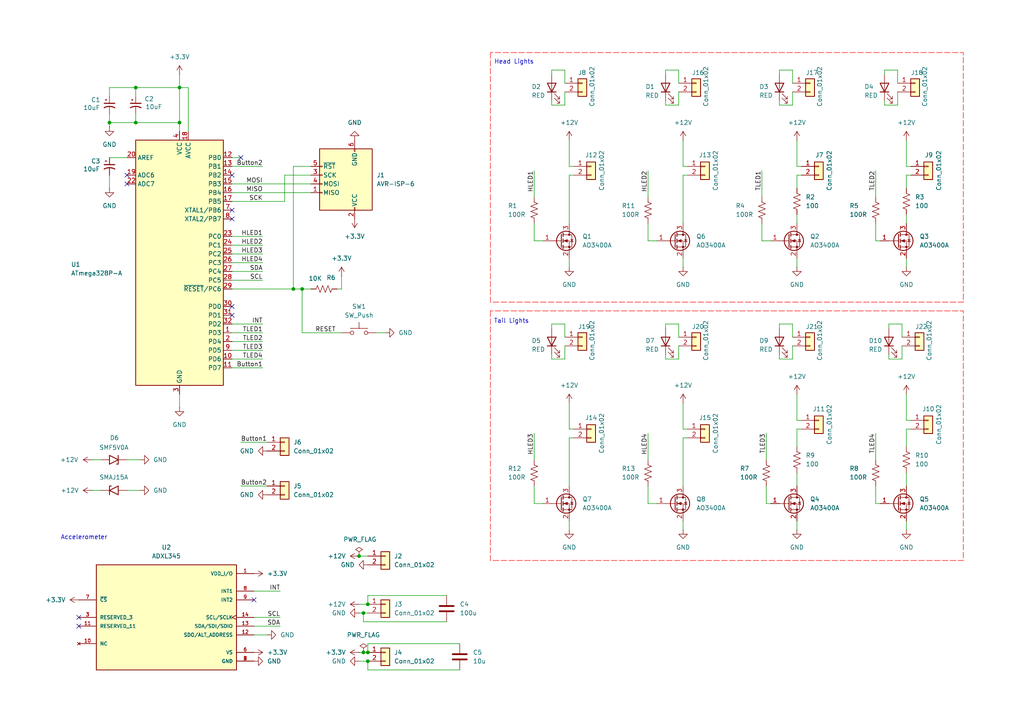
<source format=kicad_sch>
(kicad_sch (version 20250114) (generator "eeschema") (generator_version "9.0")
  (paper "A4")
  (text "Head Lights\n" (at 149.098 18.034 0) (effects (font (size 1.27 1.27))))
  (text "Tail Lights\n" (at 148.336 93.218 0) (effects (font (size 1.27 1.27))))
  (text "Accelerometer" (at 24.384 155.956 0) (effects (font (size 1.27 1.27))))
  (junction (at 52.07 35.56))
  (junction (at 106.68 189.23))
  (junction (at 39.37 35.56))
  (junction (at 104.14 161.29))
  (junction (at 105.41 177.8))
  (junction (at 105.41 189.23))
  (junction (at 87.63 83.82))
  (junction (at 106.68 175.26))
  (junction (at 31.75 35.56))
  (junction (at 52.07 25.4))
  (junction (at 39.37 25.4))
  (junction (at 85.09 83.82))
  (junction (at 106.68 191.77))
  (no_connect (at 67.31 60.96))
  (no_connect (at 67.31 88.9))
  (no_connect (at 73.66 173.99))
  (no_connect (at 36.83 53.34))
  (no_connect (at 36.83 50.8))
  (no_connect (at 67.31 63.5))
  (no_connect (at 22.86 181.61))
  (no_connect (at 22.86 179.07))
  (no_connect (at 67.31 50.8))
  (no_connect (at 69.85 45.72))
  (no_connect (at 67.31 91.44))
  (wire (pts (xy 69.85 128.27) (xy 77.47 128.27)))
  (wire (pts (xy 73.66 171.45) (xy 81.28 171.45)))
  (wire (pts (xy 67.31 48.26) (xy 76.2 48.26)))
  (wire (pts (xy 82.55 50.8) (xy 90.17 50.8)))
  (wire (pts (xy 231.14 50.8) (xy 232.41 50.8)))
  (wire (pts (xy 196.85 93.98) (xy 196.85 97.79)))
  (wire (pts (xy 67.31 101.6) (xy 76.2 101.6)))
  (wire (pts (xy 198.12 127) (xy 199.39 127)))
  (wire (pts (xy 105.41 180.34) (xy 105.41 177.8)))
  (wire (pts (xy 76.2 71.12) (xy 67.31 71.12)))
  (wire (pts (xy 67.31 55.88) (xy 90.17 55.88)))
  (wire (pts (xy 154.94 140.97) (xy 154.94 146.05)))
  (wire (pts (xy 198.12 50.8) (xy 198.12 64.77)))
  (wire (pts (xy 67.31 81.28) (xy 76.2 81.28)))
  (wire (pts (xy 31.75 35.56) (xy 39.37 35.56)))
  (wire (pts (xy 31.75 25.4) (xy 31.75 27.94)))
  (wire (pts (xy 73.66 181.61) (xy 81.28 181.61)))
  (wire (pts (xy 163.83 20.32) (xy 163.83 24.13)))
  (wire (pts (xy 254 146.05) (xy 254 140.97)))
  (wire (pts (xy 226.06 20.32) (xy 229.87 20.32)))
  (wire (pts (xy 87.63 96.52) (xy 99.06 96.52)))
  (wire (pts (xy 109.22 96.52) (xy 111.76 96.52)))
  (wire (pts (xy 256.54 29.21) (xy 256.54 30.48)))
  (wire (pts (xy 222.25 146.05) (xy 223.52 146.05)))
  (wire (pts (xy 52.07 114.3) (xy 52.07 118.11)))
  (wire (pts (xy 104.14 175.26) (xy 106.68 175.26)))
  (wire (pts (xy 231.14 62.23) (xy 231.14 64.77)))
  (wire (pts (xy 67.31 93.98) (xy 76.2 93.98)))
  (wire (pts (xy 257.81 104.14) (xy 261.62 104.14)))
  (wire (pts (xy 165.1 74.93) (xy 165.1 77.47)))
  (wire (pts (xy 104.14 177.8) (xy 105.41 177.8)))
  (wire (pts (xy 198.12 74.93) (xy 198.12 77.47)))
  (wire (pts (xy 264.16 48.26) (xy 262.89 48.26)))
  (wire (pts (xy 260.35 20.32) (xy 260.35 24.13)))
  (wire (pts (xy 54.61 25.4) (xy 54.61 38.1)))
  (wire (pts (xy 226.06 29.21) (xy 226.06 30.48)))
  (wire (pts (xy 231.14 74.93) (xy 231.14 77.47)))
  (wire (pts (xy 226.06 102.87) (xy 226.06 104.14)))
  (wire (pts (xy 226.06 30.48) (xy 229.87 30.48)))
  (wire (pts (xy 231.14 114.3) (xy 231.14 121.92)))
  (wire (pts (xy 254 49.53) (xy 254 57.15)))
  (wire (pts (xy 198.12 124.46) (xy 198.12 116.84)))
  (wire (pts (xy 67.31 45.72) (xy 69.85 45.72)))
  (wire (pts (xy 261.62 93.98) (xy 261.62 97.79)))
  (wire (pts (xy 222.25 146.05) (xy 222.25 140.97)))
  (wire (pts (xy 105.41 189.23) (xy 106.68 189.23)))
  (wire (pts (xy 193.04 20.32) (xy 196.85 20.32)))
  (wire (pts (xy 39.37 35.56) (xy 52.07 35.56)))
  (wire (pts (xy 99.06 80.01) (xy 99.06 83.82)))
  (wire (pts (xy 222.25 125.73) (xy 222.25 133.35)))
  (wire (pts (xy 166.37 124.46) (xy 165.1 124.46)))
  (wire (pts (xy 90.17 48.26) (xy 85.09 48.26)))
  (wire (pts (xy 85.09 48.26) (xy 85.09 83.82)))
  (wire (pts (xy 262.89 124.46) (xy 262.89 129.54)))
  (wire (pts (xy 232.41 48.26) (xy 231.14 48.26)))
  (wire (pts (xy 229.87 104.14) (xy 229.87 100.33)))
  (wire (pts (xy 31.75 45.72) (xy 36.83 45.72)))
  (wire (pts (xy 69.85 140.97) (xy 77.47 140.97)))
  (wire (pts (xy 199.39 48.26) (xy 198.12 48.26)))
  (wire (pts (xy 232.41 121.92) (xy 231.14 121.92)))
  (wire (pts (xy 165.1 124.46) (xy 165.1 116.84)))
  (wire (pts (xy 193.04 30.48) (xy 196.85 30.48)))
  (wire (pts (xy 231.14 124.46) (xy 232.41 124.46)))
  (wire (pts (xy 166.37 48.26) (xy 165.1 48.26)))
  (wire (pts (xy 160.02 21.59) (xy 160.02 20.32)))
  (wire (pts (xy 165.1 127) (xy 165.1 140.97)))
  (wire (pts (xy 106.68 186.69) (xy 133.35 186.69)))
  (wire (pts (xy 257.81 102.87) (xy 257.81 104.14)))
  (wire (pts (xy 256.54 21.59) (xy 256.54 20.32)))
  (wire (pts (xy 87.63 83.82) (xy 90.17 83.82)))
  (wire (pts (xy 52.07 25.4) (xy 54.61 25.4)))
  (wire (pts (xy 254 69.85) (xy 255.27 69.85)))
  (wire (pts (xy 67.31 83.82) (xy 85.09 83.82)))
  (wire (pts (xy 99.06 83.82) (xy 97.79 83.82)))
  (wire (pts (xy 154.94 49.53) (xy 154.94 57.15)))
  (wire (pts (xy 154.94 146.05) (xy 157.48 146.05)))
  (wire (pts (xy 226.06 95.25) (xy 226.06 93.98)))
  (wire (pts (xy 187.96 146.05) (xy 190.5 146.05)))
  (wire (pts (xy 187.96 69.85) (xy 190.5 69.85)))
  (wire (pts (xy 193.04 93.98) (xy 196.85 93.98)))
  (wire (pts (xy 77.47 184.15) (xy 73.66 184.15)))
  (wire (pts (xy 262.89 151.13) (xy 262.89 153.67)))
  (wire (pts (xy 262.89 74.93) (xy 262.89 77.47)))
  (wire (pts (xy 67.31 96.52) (xy 76.2 96.52)))
  (wire (pts (xy 104.14 191.77) (xy 106.68 191.77)))
  (wire (pts (xy 160.02 102.87) (xy 160.02 104.14)))
  (wire (pts (xy 198.12 127) (xy 198.12 140.97)))
  (wire (pts (xy 76.2 76.2) (xy 67.31 76.2)))
  (wire (pts (xy 163.83 104.14) (xy 163.83 100.33)))
  (wire (pts (xy 193.04 21.59) (xy 193.04 20.32)))
  (wire (pts (xy 193.04 102.87) (xy 193.04 104.14)))
  (wire (pts (xy 187.96 49.53) (xy 187.96 57.15)))
  (wire (pts (xy 165.1 48.26) (xy 165.1 40.64)))
  (wire (pts (xy 220.98 64.77) (xy 220.98 69.85)))
  (wire (pts (xy 31.75 36.83) (xy 31.75 35.56)))
  (wire (pts (xy 160.02 95.25) (xy 160.02 93.98)))
  (wire (pts (xy 262.89 40.64) (xy 262.89 48.26)))
  (wire (pts (xy 262.89 62.23) (xy 262.89 64.77)))
  (wire (pts (xy 36.83 133.35) (xy 40.64 133.35)))
  (wire (pts (xy 254 69.85) (xy 254 64.77)))
  (wire (pts (xy 160.02 29.21) (xy 160.02 30.48)))
  (wire (pts (xy 73.66 179.07) (xy 81.28 179.07)))
  (wire (pts (xy 129.54 180.34) (xy 105.41 180.34)))
  (wire (pts (xy 187.96 64.77) (xy 187.96 69.85)))
  (wire (pts (xy 226.06 21.59) (xy 226.06 20.32)))
  (wire (pts (xy 154.94 64.77) (xy 154.94 69.85)))
  (wire (pts (xy 199.39 124.46) (xy 198.12 124.46)))
  (wire (pts (xy 105.41 177.8) (xy 106.68 177.8)))
  (wire (pts (xy 262.89 124.46) (xy 264.16 124.46)))
  (wire (pts (xy 198.12 151.13) (xy 198.12 153.67)))
  (wire (pts (xy 165.1 50.8) (xy 165.1 64.77)))
  (wire (pts (xy 196.85 30.48) (xy 196.85 26.67)))
  (wire (pts (xy 257.81 95.25) (xy 257.81 93.98)))
  (wire (pts (xy 52.07 21.59) (xy 52.07 25.4)))
  (wire (pts (xy 229.87 20.32) (xy 229.87 24.13)))
  (wire (pts (xy 193.04 29.21) (xy 193.04 30.48)))
  (wire (pts (xy 220.98 69.85) (xy 223.52 69.85)))
  (wire (pts (xy 26.67 142.24) (xy 29.21 142.24)))
  (wire (pts (xy 229.87 93.98) (xy 229.87 97.79)))
  (wire (pts (xy 193.04 95.25) (xy 193.04 93.98)))
  (wire (pts (xy 133.35 194.31) (xy 106.68 194.31)))
  (wire (pts (xy 226.06 93.98) (xy 229.87 93.98)))
  (wire (pts (xy 193.04 104.14) (xy 196.85 104.14)))
  (wire (pts (xy 160.02 93.98) (xy 163.83 93.98)))
  (wire (pts (xy 67.31 78.74) (xy 76.2 78.74)))
  (wire (pts (xy 106.68 175.26) (xy 106.68 172.72)))
  (wire (pts (xy 254 125.73) (xy 254 133.35)))
  (wire (pts (xy 39.37 33.02) (xy 39.37 35.56)))
  (wire (pts (xy 231.14 48.26) (xy 231.14 40.64)))
  (wire (pts (xy 231.14 54.61) (xy 231.14 50.8)))
  (wire (pts (xy 154.94 125.73) (xy 154.94 133.35)))
  (wire (pts (xy 52.07 35.56) (xy 52.07 38.1)))
  (wire (pts (xy 256.54 20.32) (xy 260.35 20.32)))
  (wire (pts (xy 160.02 30.48) (xy 163.83 30.48)))
  (wire (pts (xy 187.96 125.73) (xy 187.96 133.35)))
  (wire (pts (xy 231.14 151.13) (xy 231.14 153.67)))
  (wire (pts (xy 31.75 50.8) (xy 31.75 54.61)))
  (wire (pts (xy 196.85 20.32) (xy 196.85 24.13)))
  (wire (pts (xy 76.2 68.58) (xy 67.31 68.58)))
  (wire (pts (xy 231.14 124.46) (xy 231.14 129.54)))
  (wire (pts (xy 67.31 53.34) (xy 90.17 53.34)))
  (wire (pts (xy 106.68 189.23) (xy 106.68 186.69)))
  (wire (pts (xy 257.81 93.98) (xy 261.62 93.98)))
  (wire (pts (xy 256.54 30.48) (xy 260.35 30.48)))
  (wire (pts (xy 82.55 50.8) (xy 82.55 58.42)))
  (wire (pts (xy 226.06 104.14) (xy 229.87 104.14)))
  (wire (pts (xy 231.14 137.16) (xy 231.14 140.97)))
  (wire (pts (xy 39.37 25.4) (xy 31.75 25.4)))
  (wire (pts (xy 67.31 58.42) (xy 82.55 58.42)))
  (wire (pts (xy 104.14 161.29) (xy 106.68 161.29)))
  (wire (pts (xy 220.98 49.53) (xy 220.98 57.15)))
  (wire (pts (xy 104.14 189.23) (xy 105.41 189.23)))
  (wire (pts (xy 196.85 104.14) (xy 196.85 100.33)))
  (wire (pts (xy 198.12 50.8) (xy 199.39 50.8)))
  (wire (pts (xy 160.02 104.14) (xy 163.83 104.14)))
  (wire (pts (xy 106.68 172.72) (xy 129.54 172.72)))
  (wire (pts (xy 165.1 127) (xy 166.37 127)))
  (wire (pts (xy 154.94 69.85) (xy 157.48 69.85)))
  (wire (pts (xy 31.75 33.02) (xy 31.75 35.56)))
  (wire (pts (xy 39.37 25.4) (xy 52.07 25.4)))
  (wire (pts (xy 36.83 142.24) (xy 40.64 142.24)))
  (wire (pts (xy 160.02 20.32) (xy 163.83 20.32)))
  (wire (pts (xy 262.89 50.8) (xy 262.89 54.61)))
  (wire (pts (xy 163.83 93.98) (xy 163.83 97.79)))
  (wire (pts (xy 261.62 104.14) (xy 261.62 100.33)))
  (wire (pts (xy 165.1 50.8) (xy 166.37 50.8)))
  (wire (pts (xy 254 146.05) (xy 255.27 146.05)))
  (wire (pts (xy 26.67 133.35) (xy 29.21 133.35)))
  (wire (pts (xy 163.83 30.48) (xy 163.83 26.67)))
  (wire (pts (xy 39.37 25.4) (xy 39.37 27.94)))
  (wire (pts (xy 262.89 137.16) (xy 262.89 140.97)))
  (wire (pts (xy 67.31 106.68) (xy 76.2 106.68)))
  (wire (pts (xy 260.35 30.48) (xy 260.35 26.67)))
  (wire (pts (xy 165.1 151.13) (xy 165.1 153.67)))
  (wire (pts (xy 76.2 73.66) (xy 67.31 73.66)))
  (wire (pts (xy 262.89 114.3) (xy 262.89 121.92)))
  (wire (pts (xy 87.63 83.82) (xy 87.63 96.52)))
  (wire (pts (xy 264.16 121.92) (xy 262.89 121.92)))
  (wire (pts (xy 106.68 191.77) (xy 106.68 194.31)))
  (wire (pts (xy 262.89 50.8) (xy 264.16 50.8)))
  (wire (pts (xy 198.12 48.26) (xy 198.12 40.64)))
  (wire (pts (xy 85.09 83.82) (xy 87.63 83.82)))
  (wire (pts (xy 52.07 25.4) (xy 52.07 35.56)))
  (wire (pts (xy 187.96 140.97) (xy 187.96 146.05)))
  (wire (pts (xy 67.31 104.14) (xy 76.2 104.14)))
  (wire (pts (xy 229.87 30.48) (xy 229.87 26.67)))
  (wire (pts (xy 67.31 99.06) (xy 76.2 99.06)))
  (label "HLED2" (at 76.2 71.12 180))
  (label "Button2" (at 76.2 48.26 180))
  (label "TLED3" (at 222.25 125.73 270))
  (label "TLED1" (at 76.2 96.52 180))
  (label "TLED4" (at 76.2 104.14 180))
  (label "TLED2" (at 76.2 99.06 180))
  (label "TLED2" (at 254 49.53 270))
  (label "INT" (at 81.28 171.45 180))
  (label "HLED3" (at 154.94 125.73 270))
  (label "SCL" (at 76.2 81.28 180))
  (label "SCL" (at 81.28 179.07 180))
  (label "HLED3" (at 76.2 73.66 180))
  (label "Button1" (at 69.85 128.27 0))
  (label "TLED3" (at 76.2 101.6 180))
  (label "Button2" (at 69.85 140.97 0))
  (label "TLED1" (at 220.98 49.53 270))
  (label "HLED4" (at 76.2 76.2 180))
  (label "HLED1" (at 76.2 68.58 180))
  (label "HLED2" (at 187.96 49.53 270))
  (label "HLED4" (at 187.96 125.73 270))
  (label "Button1" (at 76.2 106.68 180))
  (label "RESET" (at 91.44 96.52 0))
  (label "INT" (at 76.2 93.98 180))
  (label "MISO" (at 76.2 55.88 180))
  (label "SDA" (at 76.2 78.74 180))
  (label "TLED4" (at 254 125.73 270))
  (label "HLED1" (at 154.94 49.53 270))
  (label "SCK" (at 76.2 58.42 180))
  (label "SDA" (at 81.28 181.61 180))
  (label "MOSI" (at 76.2 53.34 180))
  (rule_area (polyline (pts (xy 142.24 15.24) (xy 142.24 87.63) (xy 279.4 87.63) (xy 279.4 15.24)) (stroke (width 0) (type dash))))
  (rule_area (polyline (pts (xy 142.24 90.17) (xy 142.24 162.56) (xy 279.4 162.56) (xy 279.4 90.17)) (stroke (width 0) (type dash))))
  (symbol (lib_id "Diode:SMAJ15A") (at 33.02 142.24 0) (unit 1)
    (property "Reference" "D8" (effects (hide yes)))
    (property "Value" "SMAJ15A" (at 33.02 138.43 0))
    (property "Footprint" "Diode_SMD:D_SMA" (effects (hide yes)))
    (property "Datasheet" "https://www.littelfuse.com/media?resourcetype=datasheets&itemid=75e32973-b177-4ee3-a0ff-cedaf1abdb93&filename=smaj-datasheet" (effects (hide yes)))
    (property "Description" "400W unidirectional Transient Voltage Suppressor, 15.0Vr, SMA(DO-214AC)" (effects (hide yes)))
  )
  (symbol (lib_id "power:PWR_FLAG") (at 104.14 161.29 0) (unit 1)
    (property "Reference" "#FLG03" (effects (hide yes)))
    (property "Value" "PWR_FLAG" (at 104.394 156.464 0))
    (property "Description" "Special symbol for telling ERC where power comes from" (effects (hide yes)))
  )
  (symbol (lib_id "Transistor_FET:AO3400A") (at 228.6 146.05 0) (unit 1)
    (property "Reference" "Q4" (at 234.95 144.7799 0) (effects (justify left)))
    (property "Value" "AO3400A" (at 234.95 147.3199 0) (effects (justify left)))
    (property "Footprint" "Package_TO_SOT_SMD:SOT-23" (effects (hide yes)))
    (property "Datasheet" "http://www.aosmd.com/pdfs/datasheet/AO3400A.pdf" (effects (hide yes)))
    (property "Description" "30V Vds, 5.7A Id, N-Channel MOSFET, SOT-23" (effects (hide yes)))
  )
  (symbol (lib_id "Transistor_FET:AO3400A") (at 260.35 146.05 0) (unit 1)
    (property "Reference" "Q5" (at 266.7 144.7799 0) (effects (justify left)))
    (property "Value" "AO3400A" (at 266.7 147.3199 0) (effects (justify left)))
    (property "Footprint" "Package_TO_SOT_SMD:SOT-23" (effects (hide yes)))
    (property "Datasheet" "http://www.aosmd.com/pdfs/datasheet/AO3400A.pdf" (effects (hide yes)))
    (property "Description" "30V Vds, 5.7A Id, N-Channel MOSFET, SOT-23" (effects (hide yes)))
  )
  (symbol (lib_id "Device:LED") (at 257.81 99.06 90) (unit 1)
    (property "Reference" "D10" (at 251.968 98.806 90) (effects (justify right)))
    (property "Value" "RED" (at 251.968 101.346 90) (effects (justify right)))
    (property "Footprint" "AB-EZD03-RA3:ABEZD03RA3" (effects (hide yes)))
    (property "Description" "Light emitting diode" (effects (hide yes)))
    (property "Sim.Pins" "1=K 2=A" (effects (hide yes)))
  )
  (symbol (lib_id "power:GND") (at 104.14 177.8 270) (unit 1)
    (property "Reference" "#PWR020" (effects (hide yes)))
    (property "Value" "GND" (at 100.33 177.7999 90) (effects (justify right)))
    (property "Description" "Power symbol creates a global label with name \"GND\" , ground" (effects (hide yes)))
  )
  (symbol (lib_id "Connector_Generic:Conn_01x02") (at 204.47 124.46 0) (unit 1)
    (property "Reference" "J15" (at 202.692 121.158 0) (effects (justify left)))
    (property "Value" "Conn_01x02" (at 207.518 131.572 90) (effects (justify left)))
    (property "Footprint" "Connector_JST:JST_PH_B2B-PH-K_1x02_P2.00mm_Vertical" (effects (hide yes)))
    (property "Description" "Generic connector, single row, 01x02, script generated (kicad-library-utils/schlib/autogen/connector/)" (effects (hide yes)))
  )
  (symbol (lib_id "Device:LED") (at 160.02 99.06 90) (unit 1)
    (property "Reference" "D5" (at 154.178 98.806 90) (effects (justify right)))
    (property "Value" "RED" (at 154.178 101.346 90) (effects (justify right)))
    (property "Footprint" "AB-EZD03-RA3:ABEZD03RA3" (effects (hide yes)))
    (property "Description" "Light emitting diode" (effects (hide yes)))
    (property "Sim.Pins" "1=K 2=A" (effects (hide yes)))
  )
  (symbol (lib_id "power:+3.3V") (at 165.1 116.84 0) (unit 1)
    (property "Reference" "#PWR038" (effects (hide yes)))
    (property "Value" "+12V" (at 165.1 111.76 0))
    (property "Description" "Power symbol creates a global label with name \"+3.3V\"" (effects (hide yes)))
  )
  (symbol (lib_id "Device:R_US") (at 154.94 137.16 0) (unit 1)
    (property "Reference" "R12" (at 147.32 135.89 0) (effects (justify left)))
    (property "Value" "100R" (at 147.32 138.43 0) (effects (justify left)))
    (property "Description" "Resistor, US symbol" (effects (hide yes)))
  )
  (symbol (lib_id "power:+3.3V") (at 262.89 114.3 0) (unit 1)
    (property "Reference" "#PWR015" (effects (hide yes)))
    (property "Value" "+12V" (at 262.89 109.22 0))
    (property "Description" "Power symbol creates a global label with name \"+3.3V\"" (effects (hide yes)))
  )
  (symbol (lib_id "Connector_Generic:Conn_01x02") (at 204.47 48.26 0) (unit 1)
    (property "Reference" "J13" (at 202.692 44.958 0) (effects (justify left)))
    (property "Value" "Conn_01x02" (at 207.518 55.372 90) (effects (justify left)))
    (property "Footprint" "Connector_JST:JST_PH_B2B-PH-K_1x02_P2.00mm_Vertical" (effects (hide yes)))
    (property "Description" "Generic connector, single row, 01x02, script generated (kicad-library-utils/schlib/autogen/connector/)" (effects (hide yes)))
  )
  (symbol (lib_id "Connector_Generic:Conn_01x02") (at 266.7 97.79 0) (unit 1)
    (property "Reference" "J22" (at 265.43 94.742 0) (effects (justify left)))
    (property "Value" "Conn_01x02" (at 269.494 104.648 90) (effects (justify left)))
    (property "Footprint" "Connector_JST:JST_PH_B2B-PH-K_1x02_P2.00mm_Vertical" (effects (hide yes)))
    (property "Description" "Generic connector, single row, 01x02, script generated (kicad-library-utils/schlib/autogen/connector/)" (effects (hide yes)))
  )
  (symbol (lib_id "power:GND") (at 165.1 153.67 0) (unit 1)
    (property "Reference" "#PWR039" (effects (hide yes)))
    (property "Value" "GND" (at 165.1 158.75 0))
    (property "Description" "Power symbol creates a global label with name \"GND\" , ground" (effects (hide yes)))
  )
  (symbol (lib_id "Connector_Generic:Conn_01x02") (at 269.24 121.92 0) (unit 1)
    (property "Reference" "J10" (at 267.462 118.618 0) (effects (justify left)))
    (property "Value" "Conn_01x02" (at 272.288 129.032 90) (effects (justify left)))
    (property "Footprint" "Connector_JST:JST_PH_B2B-PH-K_1x02_P2.00mm_Vertical" (effects (hide yes)))
    (property "Description" "Generic connector, single row, 01x02, script generated (kicad-library-utils/schlib/autogen/connector/)" (effects (hide yes)))
  )
  (symbol (lib_id "power:GND") (at 77.47 130.81 270) (unit 1)
    (property "Reference" "#PWR030" (effects (hide yes)))
    (property "Value" "GND" (at 73.66 130.8099 90) (effects (justify right)))
    (property "Description" "Power symbol creates a global label with name \"GND\" , ground" (effects (hide yes)))
  )
  (symbol (lib_id "Device:R_US") (at 93.98 83.82 90) (unit 1)
    (property "Reference" "R6" (at 96.012 80.518 90))
    (property "Value" "10K" (at 91.44 80.772 90))
    (property "Footprint" "Resistor_SMD:R_0805_2012Metric_Pad1.20x1.40mm_HandSolder" (effects (hide yes)))
    (property "Description" "Resistor, US symbol" (effects (hide yes)))
  )
  (symbol (lib_id "Device:C") (at 129.54 176.53 0) (unit 1)
    (property "Reference" "C4" (at 133.35 175.2599 0) (effects (justify left)))
    (property "Value" "100u" (at 133.35 177.7999 0) (effects (justify left)))
    (property "Footprint" "Capacitor_SMD:C_0805_2012Metric_Pad1.18x1.45mm_HandSolder" (effects (hide yes)))
    (property "Description" "Unpolarized capacitor" (effects (hide yes)))
  )
  (symbol (lib_id "Device:R_US") (at 154.94 60.96 0) (unit 1)
    (property "Reference" "R1" (at 147.32 59.69 0) (effects (justify left)))
    (property "Value" "100R" (at 147.32 62.23 0) (effects (justify left)))
    (property "Description" "Resistor, US symbol" (effects (hide yes)))
  )
  (symbol (lib_id "power:GND") (at 111.76 96.52 90) (unit 1)
    (property "Reference" "#PWR013" (effects (hide yes)))
    (property "Value" "GND" (at 115.57 96.5199 90) (effects (justify right)))
    (property "Description" "Power symbol creates a global label with name \"GND\" , ground" (effects (hide yes)))
  )
  (symbol (lib_id "power:GND") (at 102.87 40.64 180) (unit 1)
    (property "Reference" "#PWR04" (effects (hide yes)))
    (property "Value" "GND" (at 102.87 35.56 0))
    (property "Description" "Power symbol creates a global label with name \"GND\" , ground" (effects (hide yes)))
  )
  (symbol (lib_id "Device:LED") (at 256.54 25.4 90) (unit 1)
    (property "Reference" "D4" (at 250.698 25.146 90) (effects (justify right)))
    (property "Value" "RED" (at 250.698 27.686 90) (effects (justify right)))
    (property "Footprint" "AB-EZD10C-A3-K65:ABEZD10CA3K65" (effects (hide yes)))
    (property "Description" "Light emitting diode" (effects (hide yes)))
    (property "Sim.Pins" "1=K 2=A" (effects (hide yes)))
  )
  (symbol (lib_id "power:+3.3V") (at 231.14 40.64 0) (unit 1)
    (property "Reference" "#PWR05" (effects (hide yes)))
    (property "Value" "+12V" (at 231.14 35.56 0))
    (property "Description" "Power symbol creates a global label with name \"+3.3V\"" (effects (hide yes)))
  )
  (symbol (lib_id "power:GND") (at 40.64 133.35 90) (unit 1)
    (property "Reference" "#PWR028" (effects (hide yes)))
    (property "Value" "GND" (at 46.482 133.35 90))
    (property "Description" "Power symbol creates a global label with name \"GND\" , ground" (effects (hide yes)))
  )
  (symbol (lib_id "Connector_Generic:Conn_01x02") (at 82.55 140.97 0) (unit 1)
    (property "Reference" "J5" (at 85.09 140.9699 0) (effects (justify left)))
    (property "Value" "Conn_01x02" (at 85.09 143.5099 0) (effects (justify left)))
    (property "Footprint" "Connector_JST:JST_PH_B2B-PH-K_1x02_P2.00mm_Vertical" (effects (hide yes)))
    (property "Description" "Generic connector, single row, 01x02, script generated (kicad-library-utils/schlib/autogen/connector/)" (effects (hide yes)))
  )
  (symbol (lib_id "Connector_Generic:Conn_01x02") (at 168.91 24.13 0) (unit 1)
    (property "Reference" "J8" (at 167.64 21.082 0) (effects (justify left)))
    (property "Value" "Conn_01x02" (at 171.704 30.988 90) (effects (justify left)))
    (property "Footprint" "Connector_JST:JST_PH_B2B-PH-K_1x02_P2.00mm_Vertical" (effects (hide yes)))
    (property "Description" "Generic connector, single row, 01x02, script generated (kicad-library-utils/schlib/autogen/connector/)" (effects (hide yes)))
  )
  (symbol (lib_id "Device:C") (at 133.35 190.5 0) (unit 1)
    (property "Reference" "C5" (at 137.16 189.2299 0) (effects (justify left)))
    (property "Value" "10u" (at 137.16 191.7699 0) (effects (justify left)))
    (property "Footprint" "Capacitor_SMD:C_0805_2012Metric_Pad1.18x1.45mm_HandSolder" (effects (hide yes)))
    (property "Description" "Unpolarized capacitor" (effects (hide yes)))
  )
  (symbol (lib_id "power:PWR_FLAG") (at 105.41 189.23 0) (unit 1)
    (property "Reference" "#FLG01" (effects (hide yes)))
    (property "Value" "PWR_FLAG" (at 105.41 184.15 0))
    (property "Description" "Special symbol for telling ERC where power comes from" (effects (hide yes)))
  )
  (symbol (lib_id "power:GND") (at 52.07 118.11 0) (unit 1)
    (property "Reference" "#PWR018" (effects (hide yes)))
    (property "Value" "GND" (at 52.07 123.19 0))
    (property "Description" "Power symbol creates a global label with name \"GND\" , ground" (effects (hide yes)))
  )
  (symbol (lib_id "ADXL345:ADXL345") (at 48.26 179.07 0) (unit 1)
    (property "Reference" "U2" (at 48.26 158.75 0))
    (property "Value" "ADXL345" (at 48.26 161.29 0))
    (property "Footprint" "Package_CSP:Analog_LFCSP-8-1EP_3x3mm_P0.5mm_EP1.53x1.85mm" (effects (hide yes)))
    (property "MF" "Analog Devices, Inc." (effects (hide yes)))
    (property "SNAPEDA_PACKAGE_ID" "105924" (effects (hide yes)))
    (property "MAXIMUM_PACKAGE_HEIGHT" "1 mm" (effects (hide yes)))
    (property "Price" "None" (effects (hide yes)))
    (property "Package" "LGA -14 Analog Devices" (effects (hide yes)))
    (property "Check_prices" "https://www.snapeda.com/parts/ADXL345/Analog+Devices/view-part/?ref=eda" (effects (hide yes)))
    (property "STANDARD" "IPC 7351B" (effects (hide yes)))
    (property "PARTREV" "B" (effects (hide yes)))
    (property "SnapEDA_Link" "https://www.snapeda.com/parts/ADXL345/Analog+Devices/view-part/?ref=snap" (effects (hide yes)))
    (property "MP" "ADXL345" (effects (hide yes)))
    (property "Description_1" "Accelerometer X, Y, Z Axis ±2g, 4g, 8g, 16g 0.05Hz ~ 1.6kHz 14-LGA (3x5)" (effects (hide yes)))
    (property "MANUFACTURER" "Analog Devices" (effects (hide yes)))
    (property "Availability" "In Stock" (effects (hide yes)))
    (property "SNAPEDA_PN" "ADXL345" (effects (hide yes)))
  )
  (symbol (lib_id "Transistor_FET:AO3400A") (at 195.58 146.05 0) (unit 1)
    (property "Reference" "Q8" (at 201.93 144.7799 0) (effects (justify left)))
    (property "Value" "AO3400A" (at 201.93 147.3199 0) (effects (justify left)))
    (property "Footprint" "Package_TO_SOT_SMD:SOT-23" (effects (hide yes)))
    (property "Datasheet" "http://www.aosmd.com/pdfs/datasheet/AO3400A.pdf" (effects (hide yes)))
    (property "Description" "30V Vds, 5.7A Id, N-Channel MOSFET, SOT-23" (effects (hide yes)))
  )
  (symbol (lib_id "Device:R_US") (at 222.25 137.16 0) (unit 1)
    (property "Reference" "R7" (at 214.63 135.89 0) (effects (justify left)))
    (property "Value" "100R" (at 214.63 138.43 0) (effects (justify left)))
    (property "Description" "Resistor, US symbol" (effects (hide yes)))
  )
  (symbol (lib_id "Connector_Generic:Conn_01x02") (at 171.45 124.46 0) (unit 1)
    (property "Reference" "J14" (at 169.672 121.158 0) (effects (justify left)))
    (property "Value" "Conn_01x02" (at 174.498 131.572 90) (effects (justify left)))
    (property "Footprint" "Connector_JST:JST_PH_B2B-PH-K_1x02_P2.00mm_Vertical" (effects (hide yes)))
    (property "Description" "Generic connector, single row, 01x02, script generated (kicad-library-utils/schlib/autogen/connector/)" (effects (hide yes)))
  )
  (symbol (lib_id "Device:C_Polarized_Small_US") (at 31.75 48.26 0) (unit 1)
    (property "Reference" "C3" (at 26.416 46.736 0) (effects (justify left)))
    (property "Value" "10uF" (at 24.13 49.022 0) (effects (justify left)))
    (property "Footprint" "Capacitor_SMD:C_0805_2012Metric_Pad1.18x1.45mm_HandSolder" (effects (hide yes)))
    (property "Description" "Polarized capacitor, small US symbol" (effects (hide yes)))
  )
  (symbol (lib_id "Device:R_US") (at 254 60.96 0) (unit 1)
    (property "Reference" "R5" (at 246.38 59.69 0) (effects (justify left)))
    (property "Value" "100R" (at 246.38 62.23 0) (effects (justify left)))
    (property "Description" "Resistor, US symbol" (effects (hide yes)))
  )
  (symbol (lib_id "Connector_Generic:Conn_01x02") (at 265.43 24.13 0) (unit 1)
    (property "Reference" "J18" (at 264.16 21.082 0) (effects (justify left)))
    (property "Value" "Conn_01x02" (at 268.224 30.988 90) (effects (justify left)))
    (property "Footprint" "Connector_JST:JST_PH_B2B-PH-K_1x02_P2.00mm_Vertical" (effects (hide yes)))
    (property "Description" "Generic connector, single row, 01x02, script generated (kicad-library-utils/schlib/autogen/connector/)" (effects (hide yes)))
  )
  (symbol (lib_id "Connector:AVR-ISP-6") (at 100.33 50.8 180) (unit 1)
    (property "Reference" "J1" (at 109.22 50.7999 0) (effects (justify right)))
    (property "Value" "AVR-ISP-6" (at 109.22 53.3399 0) (effects (justify right)))
    (property "Footprint" "Connector_PinHeader_1.00mm:PinHeader_2x03_P1.00mm_Vertical" (effects (hide yes)))
    (property "Description" "Atmel 6-pin ISP connector" (effects (hide yes)))
  )
  (symbol (lib_id "power:+12V") (at 26.67 142.24 90) (unit 1)
    (property "Reference" "#PWR034" (effects (hide yes)))
    (property "Value" "+12V" (at 22.86 142.2399 90) (effects (justify left)))
    (property "Description" "Power symbol creates a global label with name \"+12V\"" (effects (hide yes)))
  )
  (symbol (lib_id "power:GND") (at 31.75 36.83 0) (unit 1)
    (property "Reference" "#PWR03" (effects (hide yes)))
    (property "Value" "GND" (at 31.75 41.91 0))
    (property "Description" "Power symbol creates a global label with name \"GND\" , ground" (effects (hide yes)))
  )
  (symbol (lib_id "Device:LED") (at 160.02 25.4 90) (unit 1)
    (property "Reference" "D2" (at 154.178 25.146 90) (effects (justify right)))
    (property "Value" "RED" (at 154.178 27.686 90) (effects (justify right)))
    (property "Footprint" "AB-EZD10C-A3-K65:ABEZD10CA3K65" (effects (hide yes)))
    (property "Description" "Light emitting diode" (effects (hide yes)))
    (property "Sim.Pins" "1=K 2=A" (effects (hide yes)))
  )
  (symbol (lib_id "power:+3.3V") (at 22.86 173.99 90) (unit 1)
    (property "Reference" "#PWR026" (effects (hide yes)))
    (property "Value" "+3.3V" (at 19.05 173.9899 90) (effects (justify left)))
    (property "Description" "Power symbol creates a global label with name \"+3.3V\"" (effects (hide yes)))
  )
  (symbol (lib_id "power:+12V") (at 104.14 161.29 90) (unit 1)
    (property "Reference" "#PWR016" (effects (hide yes)))
    (property "Value" "+12V" (at 100.33 161.2899 90) (effects (justify left)))
    (property "Description" "Power symbol creates a global label with name \"+12V\"" (effects (hide yes)))
  )
  (symbol (lib_id "Connector_Generic:Conn_01x02") (at 111.76 175.26 0) (unit 1)
    (property "Reference" "J3" (at 114.3 175.2599 0) (effects (justify left)))
    (property "Value" "Conn_01x02" (at 114.3 177.7999 0) (effects (justify left)))
    (property "Footprint" "Connector_JST:JST_PH_B2B-PH-K_1x02_P2.00mm_Vertical" (effects (hide yes)))
    (property "Description" "Generic connector, single row, 01x02, script generated (kicad-library-utils/schlib/autogen/connector/)" (effects (hide yes)))
  )
  (symbol (lib_id "Device:R_US") (at 231.14 58.42 0) (unit 1)
    (property "Reference" "R2" (at 233.68 57.1499 0) (effects (justify left)))
    (property "Value" "100" (at 233.68 59.6899 0) (effects (justify left)))
    (property "Description" "Resistor, US symbol" (effects (hide yes)))
  )
  (symbol (lib_id "Device:LED") (at 193.04 25.4 90) (unit 1)
    (property "Reference" "D1" (at 187.198 25.146 90) (effects (justify right)))
    (property "Value" "RED" (at 187.198 27.686 90) (effects (justify right)))
    (property "Footprint" "AB-EZD10C-A3-K65:ABEZD10CA3K65" (effects (hide yes)))
    (property "Description" "Light emitting diode" (effects (hide yes)))
    (property "Sim.Pins" "1=K 2=A" (effects (hide yes)))
  )
  (symbol (lib_id "Device:LED") (at 226.06 99.06 90) (unit 1)
    (property "Reference" "D9" (at 220.218 98.806 90) (effects (justify right)))
    (property "Value" "RED" (at 220.218 101.346 90) (effects (justify right)))
    (property "Footprint" "AB-EZD03-RA3:ABEZD03RA3" (effects (hide yes)))
    (property "Description" "Light emitting diode" (effects (hide yes)))
    (property "Sim.Pins" "1=K 2=A" (effects (hide yes)))
  )
  (symbol (lib_id "power:+3.3V") (at 231.14 114.3 0) (unit 1)
    (property "Reference" "#PWR014" (effects (hide yes)))
    (property "Value" "+12V" (at 231.14 109.22 0))
    (property "Description" "Power symbol creates a global label with name \"+3.3V\"" (effects (hide yes)))
  )
  (symbol (lib_id "Transistor_FET:AO3400A") (at 162.56 146.05 0) (unit 1)
    (property "Reference" "Q7" (at 168.91 144.7799 0) (effects (justify left)))
    (property "Value" "AO3400A" (at 168.91 147.3199 0) (effects (justify left)))
    (property "Footprint" "Package_TO_SOT_SMD:SOT-23" (effects (hide yes)))
    (property "Datasheet" "http://www.aosmd.com/pdfs/datasheet/AO3400A.pdf" (effects (hide yes)))
    (property "Description" "30V Vds, 5.7A Id, N-Channel MOSFET, SOT-23" (effects (hide yes)))
  )
  (symbol (lib_id "power:GND") (at 262.89 77.47 0) (unit 1)
    (property "Reference" "#PWR012" (effects (hide yes)))
    (property "Value" "GND" (at 262.89 82.55 0))
    (property "Description" "Power symbol creates a global label with name \"GND\" , ground" (effects (hide yes)))
  )
  (symbol (lib_id "power:+3.3V") (at 165.1 40.64 0) (unit 1)
    (property "Reference" "#PWR02" (effects (hide yes)))
    (property "Value" "+12V" (at 165.1 35.56 0))
    (property "Description" "Power symbol creates a global label with name \"+3.3V\"" (effects (hide yes)))
  )
  (symbol (lib_id "power:GND") (at 165.1 77.47 0) (unit 1)
    (property "Reference" "#PWR07" (effects (hide yes)))
    (property "Value" "GND" (at 165.1 82.55 0))
    (property "Description" "Power symbol creates a global label with name \"GND\" , ground" (effects (hide yes)))
  )
  (symbol (lib_id "Device:R_US") (at 231.14 133.35 0) (unit 1)
    (property "Reference" "R9" (at 233.68 132.0799 0) (effects (justify left)))
    (property "Value" "100" (at 233.68 134.6199 0) (effects (justify left)))
    (property "Description" "Resistor, US symbol" (effects (hide yes)))
  )
  (symbol (lib_id "power:GND") (at 231.14 153.67 0) (unit 1)
    (property "Reference" "#PWR023" (effects (hide yes)))
    (property "Value" "GND" (at 231.14 158.75 0))
    (property "Description" "Power symbol creates a global label with name \"GND\" , ground" (effects (hide yes)))
  )
  (symbol (lib_id "power:GND") (at 77.47 184.15 90) (unit 1)
    (property "Reference" "#PWR029" (effects (hide yes)))
    (property "Value" "GND" (at 81.28 184.1499 90) (effects (justify right)))
    (property "Description" "Power symbol creates a global label with name \"GND\" , ground" (effects (hide yes)))
  )
  (symbol (lib_id "Switch:SW_Push") (at 104.14 96.52 0) (unit 1)
    (property "Reference" "SW1" (at 104.14 88.9 0))
    (property "Value" "SW_Push" (at 104.14 91.44 0))
    (property "Footprint" "Button_Switch_THT:SW_PUSH_6mm" (effects (hide yes)))
    (property "Description" "Push button switch, generic, two pins" (effects (hide yes)))
  )
  (symbol (lib_id "Connector_Generic:Conn_01x02") (at 201.93 97.79 0) (unit 1)
    (property "Reference" "J20" (at 200.66 94.742 0) (effects (justify left)))
    (property "Value" "Conn_01x02" (at 204.724 104.648 90) (effects (justify left)))
    (property "Footprint" "Connector_JST:JST_PH_B2B-PH-K_1x02_P2.00mm_Vertical" (effects (hide yes)))
    (property "Description" "Generic connector, single row, 01x02, script generated (kicad-library-utils/schlib/autogen/connector/)" (effects (hide yes)))
  )
  (symbol (lib_id "Transistor_FET:AO3400A") (at 260.35 69.85 0) (unit 1)
    (property "Reference" "Q3" (at 266.7 68.5799 0) (effects (justify left)))
    (property "Value" "AO3400A" (at 266.7 71.1199 0) (effects (justify left)))
    (property "Footprint" "Package_TO_SOT_SMD:SOT-23" (effects (hide yes)))
    (property "Datasheet" "http://www.aosmd.com/pdfs/datasheet/AO3400A.pdf" (effects (hide yes)))
    (property "Description" "30V Vds, 5.7A Id, N-Channel MOSFET, SOT-23" (effects (hide yes)))
  )
  (symbol (lib_id "power:GND") (at 40.64 142.24 90) (unit 1)
    (property "Reference" "#PWR035" (effects (hide yes)))
    (property "Value" "GND" (at 44.45 142.2399 90) (effects (justify right)))
    (property "Description" "Power symbol creates a global label with name \"GND\" , ground" (effects (hide yes)))
  )
  (symbol (lib_id "Diode:SMF5V0A") (at 33.02 133.35 180) (unit 1)
    (property "Reference" "D6" (at 34.544 127 0) (effects (justify left)))
    (property "Value" "SMF5V0A" (at 37.338 129.794 0) (effects (justify left)))
    (property "Footprint" "Diode_SMD:D_SMF" (effects (hide yes)))
    (property "Datasheet" "https://www.vishay.com/doc?85881" (effects (hide yes)))
    (property "Description" "200W unidirectional Transil Transient Voltage Suppressor, 5Vrwm, SMF" (effects (hide yes)))
  )
  (symbol (lib_id "Connector_Generic:Conn_01x02") (at 269.24 48.26 0) (unit 1)
    (property "Reference" "J9" (at 268.224 44.958 0) (effects (justify left)))
    (property "Value" "Conn_01x02" (at 272.288 55.372 90) (effects (justify left)))
    (property "Footprint" "Connector_JST:JST_PH_B2B-PH-K_1x02_P2.00mm_Vertical" (effects (hide yes)))
    (property "Description" "Generic connector, single row, 01x02, script generated (kicad-library-utils/schlib/autogen/connector/)" (effects (hide yes)))
  )
  (symbol (lib_id "power:GND") (at 104.14 191.77 270) (unit 1)
    (property "Reference" "#PWR022" (effects (hide yes)))
    (property "Value" "GND" (at 100.33 191.7699 90) (effects (justify right)))
    (property "Description" "Power symbol creates a global label with name \"GND\" , ground" (effects (hide yes)))
  )
  (symbol (lib_id "Connector_Generic:Conn_01x02") (at 201.93 24.13 0) (unit 1)
    (property "Reference" "J16" (at 200.66 21.082 0) (effects (justify left)))
    (property "Value" "Conn_01x02" (at 204.724 30.988 90) (effects (justify left)))
    (property "Footprint" "Connector_JST:JST_PH_B2B-PH-K_1x02_P2.00mm_Vertical" (effects (hide yes)))
    (property "Description" "Generic connector, single row, 01x02, script generated (kicad-library-utils/schlib/autogen/connector/)" (effects (hide yes)))
  )
  (symbol (lib_id "Device:C_Polarized_Small_US") (at 39.37 30.48 0) (unit 1)
    (property "Reference" "C2" (at 41.91 28.702 0) (effects (justify left)))
    (property "Value" "10uF" (at 42.164 30.988 0) (effects (justify left)))
    (property "Footprint" "Capacitor_SMD:C_0805_2012Metric_Pad1.18x1.45mm_HandSolder" (effects (hide yes)))
    (property "Description" "Polarized capacitor, small US symbol" (effects (hide yes)))
  )
  (symbol (lib_id "Connector_Generic:Conn_01x02") (at 111.76 161.29 0) (unit 1)
    (property "Reference" "J2" (at 114.3 161.2899 0) (effects (justify left)))
    (property "Value" "Conn_01x02" (at 114.3 163.8299 0) (effects (justify left)))
    (property "Footprint" "Connector_JST:JST_PH_B2B-PH-K_1x02_P2.00mm_Vertical" (effects (hide yes)))
    (property "Description" "Generic connector, single row, 01x02, script generated (kicad-library-utils/schlib/autogen/connector/)" (effects (hide yes)))
  )
  (symbol (lib_id "Connector_Generic:Conn_01x02") (at 82.55 128.27 0) (unit 1)
    (property "Reference" "J6" (at 85.09 128.2699 0) (effects (justify left)))
    (property "Value" "Conn_01x02" (at 85.09 130.8099 0) (effects (justify left)))
    (property "Footprint" "Connector_JST:JST_PH_B2B-PH-K_1x02_P2.00mm_Vertical" (effects (hide yes)))
    (property "Description" "Generic connector, single row, 01x02, script generated (kicad-library-utils/schlib/autogen/connector/)" (effects (hide yes)))
  )
  (symbol (lib_id "Transistor_FET:AO3400A") (at 162.56 69.85 0) (unit 1)
    (property "Reference" "Q1" (at 168.91 68.5799 0) (effects (justify left)))
    (property "Value" "AO3400A" (at 168.91 71.1199 0) (effects (justify left)))
    (property "Footprint" "Package_TO_SOT_SMD:SOT-23" (effects (hide yes)))
    (property "Datasheet" "http://www.aosmd.com/pdfs/datasheet/AO3400A.pdf" (effects (hide yes)))
    (property "Description" "30V Vds, 5.7A Id, N-Channel MOSFET, SOT-23" (effects (hide yes)))
  )
  (symbol (lib_id "power:+3.3V") (at 26.67 133.35 90) (unit 1)
    (property "Reference" "#PWR027" (effects (hide yes)))
    (property "Value" "+12V" (at 20.066 133.35 90))
    (property "Description" "Power symbol creates a global label with name \"+3.3V\"" (effects (hide yes)))
  )
  (symbol (lib_id "power:GND") (at 262.89 153.67 0) (unit 1)
    (property "Reference" "#PWR024" (effects (hide yes)))
    (property "Value" "GND" (at 262.89 158.75 0))
    (property "Description" "Power symbol creates a global label with name \"GND\" , ground" (effects (hide yes)))
  )
  (symbol (lib_id "Connector_Generic:Conn_01x02") (at 111.76 189.23 0) (unit 1)
    (property "Reference" "J4" (at 114.3 189.2299 0) (effects (justify left)))
    (property "Value" "Conn_01x02" (at 114.3 191.7699 0) (effects (justify left)))
    (property "Footprint" "Connector_JST:JST_PH_B2B-PH-K_1x02_P2.00mm_Vertical" (effects (hide yes)))
    (property "Description" "Generic connector, single row, 01x02, script generated (kicad-library-utils/schlib/autogen/connector/)" (effects (hide yes)))
  )
  (symbol (lib_id "power:GND") (at 198.12 77.47 0) (unit 1)
    (property "Reference" "#PWR037" (effects (hide yes)))
    (property "Value" "GND" (at 198.12 82.55 0))
    (property "Description" "Power symbol creates a global label with name \"GND\" , ground" (effects (hide yes)))
  )
  (symbol (lib_id "Device:R_US") (at 220.98 60.96 0) (unit 1)
    (property "Reference" "R4" (at 213.36 59.69 0) (effects (justify left)))
    (property "Value" "100R" (at 213.36 62.23 0) (effects (justify left)))
    (property "Description" "Resistor, US symbol" (effects (hide yes)))
  )
  (symbol (lib_id "power:GND") (at 231.14 77.47 0) (unit 1)
    (property "Reference" "#PWR011" (effects (hide yes)))
    (property "Value" "GND" (at 231.14 82.55 0))
    (property "Description" "Power symbol creates a global label with name \"GND\" , ground" (effects (hide yes)))
  )
  (symbol (lib_id "Connector_Generic:Conn_01x02") (at 168.91 97.79 0) (unit 1)
    (property "Reference" "J19" (at 167.64 94.742 0) (effects (justify left)))
    (property "Value" "Conn_01x02" (at 171.704 104.648 90) (effects (justify left)))
    (property "Footprint" "Connector_JST:JST_PH_B2B-PH-K_1x02_P2.00mm_Vertical" (effects (hide yes)))
    (property "Description" "Generic connector, single row, 01x02, script generated (kicad-library-utils/schlib/autogen/connector/)" (effects (hide yes)))
  )
  (symbol (lib_id "power:+3.3V") (at 102.87 63.5 180) (unit 1)
    (property "Reference" "#PWR09" (effects (hide yes)))
    (property "Value" "+3.3V" (at 102.87 68.58 0))
    (property "Description" "Power symbol creates a global label with name \"+3.3V\"" (effects (hide yes)))
  )
  (symbol (lib_id "Transistor_FET:AO3400A") (at 195.58 69.85 0) (unit 1)
    (property "Reference" "Q6" (at 201.93 68.5799 0) (effects (justify left)))
    (property "Value" "AO3400A" (at 201.93 71.1199 0) (effects (justify left)))
    (property "Footprint" "Package_TO_SOT_SMD:SOT-23" (effects (hide yes)))
    (property "Datasheet" "http://www.aosmd.com/pdfs/datasheet/AO3400A.pdf" (effects (hide yes)))
    (property "Description" "30V Vds, 5.7A Id, N-Channel MOSFET, SOT-23" (effects (hide yes)))
  )
  (symbol (lib_id "power:+3.3V") (at 73.66 166.37 270) (unit 1)
    (property "Reference" "#PWR025" (effects (hide yes)))
    (property "Value" "+3.3V" (at 77.47 166.3699 90) (effects (justify left)))
    (property "Description" "Power symbol creates a global label with name \"+3.3V\"" (effects (hide yes)))
  )
  (symbol (lib_id "Device:R_US") (at 254 137.16 0) (unit 1)
    (property "Reference" "R8" (at 246.38 135.89 0) (effects (justify left)))
    (property "Value" "100R" (at 246.38 138.43 0) (effects (justify left)))
    (property "Description" "Resistor, US symbol" (effects (hide yes)))
  )
  (symbol (lib_id "Connector_Generic:Conn_01x02") (at 234.95 97.79 0) (unit 1)
    (property "Reference" "J21" (at 233.68 94.742 0) (effects (justify left)))
    (property "Value" "Conn_01x02" (at 237.744 104.648 90) (effects (justify left)))
    (property "Footprint" "Connector_JST:JST_PH_B2B-PH-K_1x02_P2.00mm_Vertical" (effects (hide yes)))
    (property "Description" "Generic connector, single row, 01x02, script generated (kicad-library-utils/schlib/autogen/connector/)" (effects (hide yes)))
  )
  (symbol (lib_id "power:GND") (at 198.12 153.67 0) (unit 1)
    (property "Reference" "#PWR041" (effects (hide yes)))
    (property "Value" "GND" (at 198.12 158.75 0))
    (property "Description" "Power symbol creates a global label with name \"GND\" , ground" (effects (hide yes)))
  )
  (symbol (lib_id "power:GND") (at 77.47 143.51 270) (unit 1)
    (property "Reference" "#PWR031" (effects (hide yes)))
    (property "Value" "GND" (at 73.66 143.5099 90) (effects (justify right)))
    (property "Description" "Power symbol creates a global label with name \"GND\" , ground" (effects (hide yes)))
  )
  (symbol (lib_id "power:+3.3V") (at 262.89 40.64 0) (unit 1)
    (property "Reference" "#PWR06" (effects (hide yes)))
    (property "Value" "+12V" (at 262.89 35.56 0))
    (property "Description" "Power symbol creates a global label with name \"+3.3V\"" (effects (hide yes)))
  )
  (symbol (lib_id "power:+3.3V") (at 198.12 116.84 0) (unit 1)
    (property "Reference" "#PWR040" (effects (hide yes)))
    (property "Value" "+12V" (at 198.12 111.76 0))
    (property "Description" "Power symbol creates a global label with name \"+3.3V\"" (effects (hide yes)))
  )
  (symbol (lib_id "Device:R_US") (at 187.96 137.16 0) (unit 1)
    (property "Reference" "R13" (at 180.34 135.89 0) (effects (justify left)))
    (property "Value" "100R" (at 180.34 138.43 0) (effects (justify left)))
    (property "Description" "Resistor, US symbol" (effects (hide yes)))
  )
  (symbol (lib_id "Device:LED") (at 193.04 99.06 90) (unit 1)
    (property "Reference" "D7" (at 187.198 98.806 90) (effects (justify right)))
    (property "Value" "RED" (at 187.198 101.346 90) (effects (justify right)))
    (property "Footprint" "AB-EZD03-RA3:ABEZD03RA3" (effects (hide yes)))
    (property "Description" "Light emitting diode" (effects (hide yes)))
    (property "Sim.Pins" "1=K 2=A" (effects (hide yes)))
  )
  (symbol (lib_id "power:+3.3V") (at 52.07 21.59 0) (unit 1)
    (property "Reference" "#PWR01" (effects (hide yes)))
    (property "Value" "+3.3V" (at 52.07 16.51 0))
    (property "Description" "Power symbol creates a global label with name \"+3.3V\"" (effects (hide yes)))
  )
  (symbol (lib_id "Connector_Generic:Conn_01x02") (at 237.49 121.92 0) (unit 1)
    (property "Reference" "J11" (at 235.712 118.618 0) (effects (justify left)))
    (property "Value" "Conn_01x02" (at 240.538 129.032 90) (effects (justify left)))
    (property "Footprint" "Connector_JST:JST_PH_B2B-PH-K_1x02_P2.00mm_Vertical" (effects (hide yes)))
    (property "Description" "Generic connector, single row, 01x02, script generated (kicad-library-utils/schlib/autogen/connector/)" (effects (hide yes)))
  )
  (symbol (lib_id "power:+12V") (at 104.14 175.26 90) (unit 1)
    (property "Reference" "#PWR019" (effects (hide yes)))
    (property "Value" "+12V" (at 100.33 175.2599 90) (effects (justify left)))
    (property "Description" "Power symbol creates a global label with name \"+12V\"" (effects (hide yes)))
  )
  (symbol (lib_id "Device:R_US") (at 262.89 58.42 0) (unit 1)
    (property "Reference" "R3" (at 265.43 57.1499 0) (effects (justify left)))
    (property "Value" "100" (at 265.43 59.6899 0) (effects (justify left)))
    (property "Description" "Resistor, US symbol" (effects (hide yes)))
  )
  (symbol (lib_id "Device:R_US") (at 262.89 133.35 0) (unit 1)
    (property "Reference" "R10" (at 265.43 132.0799 0) (effects (justify left)))
    (property "Value" "100" (at 265.43 134.6199 0) (effects (justify left)))
    (property "Description" "Resistor, US symbol" (effects (hide yes)))
  )
  (symbol (lib_id "Connector_Generic:Conn_01x02") (at 237.49 48.26 0) (unit 1)
    (property "Reference" "J7" (at 236.474 44.958 0) (effects (justify left)))
    (property "Value" "Conn_01x02" (at 240.538 55.372 90) (effects (justify left)))
    (property "Footprint" "Connector_JST:JST_PH_B2B-PH-K_1x02_P2.00mm_Vertical" (effects (hide yes)))
    (property "Description" "Generic connector, single row, 01x02, script generated (kicad-library-utils/schlib/autogen/connector/)" (effects (hide yes)))
  )
  (symbol (lib_id "Connector_Generic:Conn_01x02") (at 234.95 24.13 0) (unit 1)
    (property "Reference" "J17" (at 233.68 21.082 0) (effects (justify left)))
    (property "Value" "Conn_01x02" (at 237.744 30.988 90) (effects (justify left)))
    (property "Footprint" "Connector_JST:JST_PH_B2B-PH-K_1x02_P2.00mm_Vertical" (effects (hide yes)))
    (property "Description" "Generic connector, single row, 01x02, script generated (kicad-library-utils/schlib/autogen/connector/)" (effects (hide yes)))
  )
  (symbol (lib_id "power:+3.3V") (at 198.12 40.64 0) (unit 1)
    (property "Reference" "#PWR036" (effects (hide yes)))
    (property "Value" "+12V" (at 198.12 35.56 0))
    (property "Description" "Power symbol creates a global label with name \"+3.3V\"" (effects (hide yes)))
  )
  (symbol (lib_id "Device:R_US") (at 187.96 60.96 0) (unit 1)
    (property "Reference" "R11" (at 180.34 59.69 0) (effects (justify left)))
    (property "Value" "100R" (at 180.34 62.23 0) (effects (justify left)))
    (property "Description" "Resistor, US symbol" (effects (hide yes)))
  )
  (symbol (lib_id "power:GND") (at 31.75 54.61 0) (unit 1)
    (property "Reference" "#PWR08" (effects (hide yes)))
    (property "Value" "GND" (at 31.75 59.69 0))
    (property "Description" "Power symbol creates a global label with name \"GND\" , ground" (effects (hide yes)))
  )
  (symbol (lib_id "power:+3.3V") (at 104.14 189.23 90) (unit 1)
    (property "Reference" "#PWR021" (effects (hide yes)))
    (property "Value" "+3.3V" (at 100.33 189.2299 90) (effects (justify left)))
    (property "Description" "Power symbol creates a global label with name \"+3.3V\"" (effects (hide yes)))
  )
  (symbol (lib_id "power:GND") (at 73.66 191.77 90) (unit 1)
    (property "Reference" "#PWR033" (effects (hide yes)))
    (property "Value" "GND" (at 77.47 191.7699 90) (effects (justify right)))
    (property "Description" "Power symbol creates a global label with name \"GND\" , ground" (effects (hide yes)))
  )
  (symbol (lib_id "power:+3.3V") (at 73.66 189.23 270) (unit 1)
    (property "Reference" "#PWR032" (effects (hide yes)))
    (property "Value" "+3.3V" (at 77.47 189.2299 90) (effects (justify left)))
    (property "Description" "Power symbol creates a global label with name \"+3.3V\"" (effects (hide yes)))
  )
  (symbol (lib_id "power:GND") (at 106.68 163.83 270) (unit 1)
    (property "Reference" "#PWR017" (effects (hide yes)))
    (property "Value" "GND" (at 102.87 163.8299 90) (effects (justify right)))
    (property "Description" "Power symbol creates a global label with name \"GND\" , ground" (effects (hide yes)))
  )
  (symbol (lib_id "power:+3.3V") (at 99.06 80.01 0) (unit 1)
    (property "Reference" "#PWR010" (effects (hide yes)))
    (property "Value" "+3.3V" (at 99.06 74.93 0))
    (property "Description" "Power symbol creates a global label with name \"+3.3V\"" (effects (hide yes)))
  )
  (symbol (lib_id "Transistor_FET:AO3400A") (at 228.6 69.85 0) (unit 1)
    (property "Reference" "Q2" (at 234.95 68.5799 0) (effects (justify left)))
    (property "Value" "AO3400A" (at 234.95 71.1199 0) (effects (justify left)))
    (property "Footprint" "Package_TO_SOT_SMD:SOT-23" (effects (hide yes)))
    (property "Datasheet" "http://www.aosmd.com/pdfs/datasheet/AO3400A.pdf" (effects (hide yes)))
    (property "Description" "30V Vds, 5.7A Id, N-Channel MOSFET, SOT-23" (effects (hide yes)))
  )
  (symbol (lib_id "MCU_Microchip_ATmega:ATmega328P-A") (at 52.07 76.2 0) (unit 1)
    (property "Reference" "U1" (at 20.574 76.708 0) (effects (justify left)))
    (property "Value" "ATmega328P-A" (at 20.574 79.248 0) (effects (justify left)))
    (property "Footprint" "Package_QFP:TQFP-32_7x7mm_P0.8mm" (effects (hide yes)))
    (property "Datasheet" "http://ww1.microchip.com/downloads/en/DeviceDoc/ATmega328_P%20AVR%20MCU%20with%20picoPower%20Technology%20Data%20Sheet%2040001984A.pdf" (effects (hide yes)))
    (property "Description" "20MHz, 32kB Flash, 2kB SRAM, 1kB EEPROM, TQFP-32" (effects (hide yes)))
  )
  (symbol (lib_id "Device:LED") (at 226.06 25.4 90) (unit 1)
    (property "Reference" "D3" (at 220.218 25.146 90) (effects (justify right)))
    (property "Value" "RED" (at 220.218 27.686 90) (effects (justify right)))
    (property "Footprint" "AB-EZD10C-A3-K65:ABEZD10CA3K65" (effects (hide yes)))
    (property "Description" "Light emitting diode" (effects (hide yes)))
    (property "Sim.Pins" "1=K 2=A" (effects (hide yes)))
  )
  (symbol (lib_id "Connector_Generic:Conn_01x02") (at 171.45 48.26 0) (unit 1)
    (property "Reference" "J12" (at 169.672 44.958 0) (effects (justify left)))
    (property "Value" "Conn_01x02" (at 174.498 55.372 90) (effects (justify left)))
    (property "Footprint" "Connector_JST:JST_PH_B2B-PH-K_1x02_P2.00mm_Vertical" (effects (hide yes)))
    (property "Description" "Generic connector, single row, 01x02, script generated (kicad-library-utils/schlib/autogen/connector/)" (effects (hide yes)))
  )
  (symbol (lib_id "Device:C_Polarized_Small_US") (at 31.75 30.48 0) (unit 1)
    (property "Reference" "C1" (at 26.416 28.956 0) (effects (justify left)))
    (property "Value" "10uF" (at 24.13 31.242 0) (effects (justify left)))
    (property "Footprint" "Capacitor_SMD:C_0805_2012Metric_Pad1.18x1.45mm_HandSolder" (effects (hide yes)))
    (property "Description" "Polarized capacitor, small US symbol" (effects (hide yes)))
  )
)
</source>
